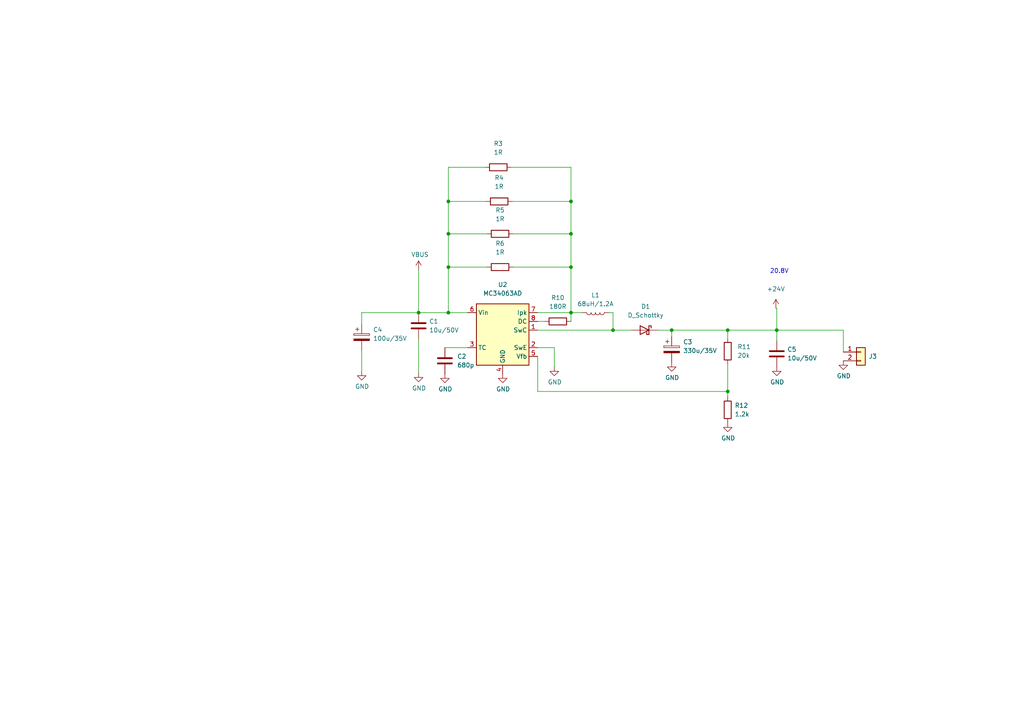
<source format=kicad_sch>
(kicad_sch (version 20211123) (generator eeschema)
  (paper "A4")
  (lib_symbols
    (symbol "Connector_Generic:Conn_01x02" (pin_names (offset 1.016) hide)
      (property "Reference" "J" (at 0 2.54 0))
      (property "Value" "Conn_01x02" (at 0 -5.08 0))
      (symbol "Conn_01x02_1_1"
        (rectangle (start -1.27 -2.413) (end 0 -2.667) (stroke (width 0.1524)))
        (rectangle (start -1.27 0.127) (end 0 -0.127) (stroke (width 0.1524)))
        (rectangle (start -1.27 1.27) (end 1.27 -3.81) (stroke (width 0.254)) (fill (type background)))
        (pin passive line (at -5.08 0 0) (length 3.81) (name "Pin_1") (number "1"))
        (pin passive line (at -5.08 -2.54 0) (length 3.81) (name "Pin_2") (number "2"))
      )
    )
    (symbol "Device:C" (pin_numbers hide) (pin_names (offset 0.254))
      (property "Reference" "C" (at 0.635 2.54 0))
      (property "Value" "C" (at 0.635 -2.54 0))
      (symbol "C_0_1"
        (polyline (pts (xy -2.032 -0.762) (xy 2.032 -0.762)) (stroke (width 0.508)))
        (polyline (pts (xy -2.032 0.762) (xy 2.032 0.762)) (stroke (width 0.508)))
      )
      (symbol "C_1_1"
        (pin passive line (at 0 3.81 270) (length 2.794) (name "~") (number "1"))
        (pin passive line (at 0 -3.81 90) (length 2.794) (name "~") (number "2"))
      )
    )
    (symbol "Device:C_Polarized" (pin_numbers hide) (pin_names (offset 0.254))
      (property "Reference" "C" (at 0.635 2.54 0))
      (property "Value" "C_Polarized" (at 0.635 -2.54 0))
      (symbol "C_Polarized_0_1"
        (rectangle (start -2.286 0.508) (end 2.286 1.016))
        (polyline (pts (xy -1.778 2.286) (xy -0.762 2.286)))
        (polyline (pts (xy -1.27 2.794) (xy -1.27 1.778)))
        (rectangle (start 2.286 -0.508) (end -2.286 -1.016) (fill (type outline)))
      )
      (symbol "C_Polarized_1_1"
        (pin passive line (at 0 3.81 270) (length 2.794) (name "~") (number "1"))
        (pin passive line (at 0 -3.81 90) (length 2.794) (name "~") (number "2"))
      )
    )
    (symbol "Device:D_Schottky" (pin_numbers hide) (pin_names (offset 1.016) hide)
      (property "Reference" "D" (at 0 2.54 0))
      (property "Value" "D_Schottky" (at 0 -2.54 0))
      (symbol "D_Schottky_0_1"
        (polyline (pts (xy 1.27 0) (xy -1.27 0)))
        (polyline (pts (xy 1.27 1.27) (xy 1.27 -1.27) (xy -1.27 0) (xy 1.27 1.27)) (stroke (width 0.254)))
        (polyline (pts (xy -1.905 0.635) (xy -1.905 1.27) (xy -1.27 1.27) (xy -1.27 -1.27) (xy -0.635 -1.27) (xy -0.635 -0.635)) (stroke (width 0.254)))
      )
      (symbol "D_Schottky_1_1"
        (pin passive line (at -3.81 0 0) (length 2.54) (name "K") (number "1"))
        (pin passive line (at 3.81 0 180) (length 2.54) (name "A") (number "2"))
      )
    )
    (symbol "Device:L" (pin_numbers hide) (pin_names (offset 1.016) hide)
      (property "Reference" "L" (at -1.27 0 90))
      (property "Value" "L" (at 1.905 0 90))
      (symbol "L_0_1"
        (arc (start 0 -2.54) (mid 0.635 -1.905) (end 0 -1.27))
        (arc (start 0 -1.27) (mid 0.635 -0.635) (end 0 0))
        (arc (start 0 0) (mid 0.635 0.635) (end 0 1.27))
        (arc (start 0 1.27) (mid 0.635 1.905) (end 0 2.54))
      )
      (symbol "L_1_1"
        (pin passive line (at 0 3.81 270) (length 1.27) (name "1") (number "1"))
        (pin passive line (at 0 -3.81 90) (length 1.27) (name "2") (number "2"))
      )
    )
    (symbol "Device:R" (pin_numbers hide) (pin_names (offset 0))
      (property "Reference" "R" (at 2.032 0 90))
      (property "Value" "R" (at 0 0 90))
      (symbol "R_0_1"
        (rectangle (start -1.016 -2.54) (end 1.016 2.54) (stroke (width 0.254)))
      )
      (symbol "R_1_1"
        (pin passive line (at 0 3.81 270) (length 1.27) (name "~") (number "1"))
        (pin passive line (at 0 -3.81 90) (length 1.27) (name "~") (number "2"))
      )
    )
    (symbol "Regulator_Switching:MC34063AD"
      (property "Reference" "U" (at -7.62 8.89 0))
      (property "Value" "MC34063AD" (at 0 8.89 0))
      (symbol "MC34063AD_0_1"
        (rectangle (start -7.62 7.62) (end 7.62 -10.16) (stroke (width 0.254)) (fill (type background)))
      )
      (symbol "MC34063AD_1_1"
        (pin open_collector line (at 10.16 0 180) (length 2.54) (name "SwC") (number "1"))
        (pin open_emitter line (at 10.16 -5.08 180) (length 2.54) (name "SwE") (number "2"))
        (pin passive line (at -10.16 -5.08 0) (length 2.54) (name "TC") (number "3"))
        (pin power_in line (at 0 -12.7 90) (length 2.54) (name "GND") (number "4"))
        (pin input line (at 10.16 -7.62 180) (length 2.54) (name "Vfb") (number "5"))
        (pin power_in line (at -10.16 5.08 0) (length 2.54) (name "Vin") (number "6"))
        (pin input line (at 10.16 5.08 180) (length 2.54) (name "Ipk") (number "7"))
        (pin open_collector line (at 10.16 2.54 180) (length 2.54) (name "DC") (number "8"))
      )
    )
    (symbol "power:+24V" (power) (pin_names (offset 0))
      (property "Value" "+24V" (at 0 3.556 0))
      (symbol "+24V_0_1"
        (polyline (pts (xy -0.762 1.27) (xy 0 2.54)))
        (polyline (pts (xy 0 0) (xy 0 2.54)))
        (polyline (pts (xy 0 2.54) (xy 0.762 1.27)))
      )
      (symbol "+24V_1_1"
        (pin power_in line (at 0 0 90) (length 0) hide (name "+24V") (number "1"))
      )
    )
    (symbol "power:GND" (power) (pin_names (offset 0))
      (property "Value" "GND" (at 0 -3.81 0))
      (symbol "GND_0_1"
        (polyline (pts (xy 0 0) (xy 0 -1.27) (xy 1.27 -1.27) (xy 0 -2.54) (xy -1.27 -1.27) (xy 0 -1.27)))
      )
      (symbol "GND_1_1"
        (pin power_in line (at 0 0 270) (length 0) hide (name "GND") (number "1"))
      )
    )
    (symbol "power:VBUS" (power) (pin_names (offset 0))
      (property "Value" "VBUS" (at 0 3.81 0))
      (symbol "VBUS_0_1"
        (polyline (pts (xy -0.762 1.27) (xy 0 2.54)))
        (polyline (pts (xy 0 0) (xy 0 2.54)))
        (polyline (pts (xy 0 2.54) (xy 0.762 1.27)))
      )
      (symbol "VBUS_1_1"
        (pin power_in line (at 0 0 90) (length 0) hide (name "VBUS") (number "1"))
      )
    )
  )
  (junction (at 225.298 95.758))
  (junction (at 177.8 95.758))
  (junction (at 165.608 58.42))
  (junction (at 194.818 95.758))
  (junction (at 130.048 67.818))
  (junction (at 130.048 90.678))
  (junction (at 211.074 95.758))
  (junction (at 130.048 77.47))
  (junction (at 165.608 67.818))
  (junction (at 165.608 90.678))
  (junction (at 121.412 90.678))
  (junction (at 211.074 113.538))
  (junction (at 130.048 58.42))
  (junction (at 165.608 77.47))
  (wire (pts (xy 130.048 77.47) (xy 130.048 90.678)))
  (wire (pts (xy 225.044 89.408) (xy 225.298 89.408)))
  (wire (pts (xy 121.412 98.298) (xy 121.412 108.204)))
  (wire (pts (xy 104.902 90.678) (xy 104.902 93.98)))
  (wire (pts (xy 165.608 90.678) (xy 165.608 93.218)))
  (wire (pts (xy 165.608 77.47) (xy 165.608 90.678)))
  (wire (pts (xy 104.902 90.678) (xy 121.412 90.678)))
  (wire (pts (xy 155.956 100.838) (xy 160.782 100.838)))
  (wire (pts (xy 130.048 48.514) (xy 130.048 58.42)))
  (wire (pts (xy 211.074 95.758) (xy 194.818 95.758)))
  (wire (pts (xy 194.818 97.536) (xy 194.818 95.758)))
  (wire (pts (xy 176.53 90.678) (xy 177.8 90.678)))
  (wire (pts (xy 225.298 95.758) (xy 211.074 95.758)))
  (wire (pts (xy 148.59 58.42) (xy 165.608 58.42)))
  (wire (pts (xy 130.048 67.818) (xy 130.048 77.47)))
  (wire (pts (xy 135.636 90.678) (xy 130.048 90.678)))
  (wire (pts (xy 130.048 90.678) (xy 121.412 90.678)))
  (wire (pts (xy 165.608 58.42) (xy 165.608 67.818)))
  (wire (pts (xy 244.602 95.758) (xy 244.602 102.108)))
  (wire (pts (xy 211.074 105.664) (xy 211.074 113.538)))
  (wire (pts (xy 194.818 95.758) (xy 190.754 95.758)))
  (wire (pts (xy 148.844 77.47) (xy 165.608 77.47)))
  (wire (pts (xy 211.074 113.538) (xy 211.074 115.062)))
  (wire (pts (xy 165.608 48.514) (xy 165.608 58.42)))
  (wire (pts (xy 160.782 100.838) (xy 160.782 106.426)))
  (wire (pts (xy 211.074 113.538) (xy 155.956 113.538)))
  (wire (pts (xy 104.902 101.6) (xy 104.902 107.696)))
  (wire (pts (xy 148.336 48.514) (xy 165.608 48.514)))
  (wire (pts (xy 155.956 90.678) (xy 165.608 90.678)))
  (wire (pts (xy 165.608 90.678) (xy 168.91 90.678)))
  (wire (pts (xy 165.608 67.818) (xy 165.608 77.47)))
  (wire (pts (xy 225.298 89.408) (xy 225.298 95.758)))
  (wire (pts (xy 141.224 77.47) (xy 130.048 77.47)))
  (wire (pts (xy 177.8 95.758) (xy 183.134 95.758)))
  (wire (pts (xy 129.032 100.838) (xy 135.636 100.838)))
  (wire (pts (xy 130.048 58.42) (xy 130.048 67.818)))
  (wire (pts (xy 121.412 90.678) (xy 121.412 78.232)))
  (wire (pts (xy 155.956 95.758) (xy 177.8 95.758)))
  (wire (pts (xy 130.048 67.818) (xy 141.224 67.818)))
  (wire (pts (xy 177.8 95.758) (xy 177.8 90.678)))
  (wire (pts (xy 130.048 58.42) (xy 140.97 58.42)))
  (wire (pts (xy 225.298 95.758) (xy 244.602 95.758)))
  (wire (pts (xy 148.844 67.818) (xy 165.608 67.818)))
  (wire (pts (xy 225.298 98.806) (xy 225.298 95.758)))
  (wire (pts (xy 155.956 113.538) (xy 155.956 103.378)))
  (wire (pts (xy 155.956 93.218) (xy 157.988 93.218)))
  (wire (pts (xy 211.074 98.044) (xy 211.074 95.758)))
  (wire (pts (xy 140.716 48.514) (xy 130.048 48.514)))
  (text "20.8V" (at 223.266 79.502 0) (effects (font (size 1.27 1.27)) (justify left bottom)))
  (symbol (lib_id "Device:C") (at 129.032 104.648 0) (unit 1)
    (property "Reference" "C2" (at 132.588 103.3779 0) (effects (justify left)))
    (property "Value" "680p" (at 132.588 105.9179 0) (effects (justify left)))
    (property "Footprint" "Capacitor_SMD:C_0603_1608Metric" (effects hide))
    (property "LCSC" "C1630" (effects hide))
  )
  (symbol (lib_id "power:VBUS") (at 121.412 78.232 0) (unit 1)
    (property "Reference" "#PWR0106" (effects hide))
    (property "Value" "VBUS" (at 121.793 73.8378 0))
  )
  (symbol (lib_id "Device:L") (at 172.72 90.678 90) (mirror x) (unit 1)
    (property "Reference" "L1" (at 172.72 85.598 90))
    (property "Value" "68uH/1.2A" (at 172.72 88.138 90))
    (property "Footprint" "Local:NR8040T680M" (effects hide))
    (property "LCSC" "C223044" (effects hide))
  )
  (symbol (lib_id "Device:R") (at 145.034 67.818 270) (mirror x) (unit 1)
    (property "Reference" "R5" (at 145.034 60.96 90))
    (property "Value" "1R" (at 145.034 63.5 90))
    (property "Footprint" "Resistor_SMD:R_0402_1005Metric" (effects hide))
    (property "LCSC" "C25086" (effects hide))
  )
  (symbol (lib_id "power:GND") (at 244.602 104.648 0) (unit 1)
    (property "Reference" "#PWR0125" (effects hide))
    (property "Value" "GND" (at 244.729 109.0422 0))
  )
  (symbol (lib_id "power:GND") (at 225.298 106.426 0) (unit 1)
    (property "Reference" "#PWR0117" (effects hide))
    (property "Value" "GND" (at 225.425 110.8202 0))
  )
  (symbol (lib_id "Regulator_Switching:MC34063AD") (at 145.796 95.758 0) (unit 1)
    (property "Reference" "U2" (at 145.796 82.55 0))
    (property "Value" "MC34063AD" (at 145.796 85.09 0))
    (property "Footprint" "Package_SO:SOIC-8_3.9x4.9mm_P1.27mm" (effects hide))
    (property "Datasheet" "http://www.onsemi.com/pub_link/Collateral/MC34063A-D.PDF" (effects hide))
  )
  (symbol (lib_id "power:GND") (at 160.782 106.426 0) (unit 1)
    (property "Reference" "#PWR0127" (effects hide))
    (property "Value" "GND" (at 160.909 110.8202 0))
  )
  (symbol (lib_id "Device:C_Polarized") (at 104.902 97.79 0) (unit 1)
    (property "Reference" "C4" (at 108.204 95.6309 0) (effects (justify left)))
    (property "Value" "100u/35V" (at 108.204 98.1709 0) (effects (justify left)))
    (property "Footprint" "Capacitor_THT:CP_Radial_D6.3mm_P2.50mm" (effects hide))
  )
  (symbol (lib_id "Connector_Generic:Conn_01x02") (at 249.682 102.108 0) (unit 1)
    (property "Reference" "J3" (at 251.968 103.3779 0) (effects (justify left)))
    (property "Value" "Conn_01x02" (effects hide))
    (property "Footprint" "Local:1985807" (effects hide))
  )
  (symbol (lib_id "Device:C_Polarized") (at 194.818 101.346 0) (unit 1)
    (property "Reference" "C3" (at 198.12 99.1869 0) (effects (justify left)))
    (property "Value" "330u/35V" (at 198.12 101.7269 0) (effects (justify left)))
    (property "Footprint" "Capacitor_THT:CP_Radial_D10.0mm_P5.00mm" (effects hide))
  )
  (symbol (lib_id "Device:R") (at 161.798 93.218 270) (mirror x) (unit 1)
    (property "Reference" "R10" (at 161.798 86.36 90))
    (property "Value" "180R" (at 161.798 88.9 90))
    (property "Footprint" "Resistor_SMD:R_0603_1608Metric" (effects hide))
    (property "LCSC" "C22828" (effects hide))
  )
  (symbol (lib_id "power:GND") (at 129.032 108.458 0) (unit 1)
    (property "Reference" "#PWR0105" (effects hide))
    (property "Value" "GND" (at 129.159 112.8522 0))
  )
  (symbol (lib_id "power:GND") (at 121.412 108.204 0) (unit 1)
    (property "Reference" "#PWR0104" (effects hide))
    (property "Value" "GND" (at 121.539 112.5982 0))
  )
  (symbol (lib_id "power:GND") (at 145.796 108.458 0) (unit 1)
    (property "Reference" "#PWR0103" (effects hide))
    (property "Value" "GND" (at 145.923 112.8522 0))
  )
  (symbol (lib_id "Device:R") (at 144.526 48.514 270) (mirror x) (unit 1)
    (property "Reference" "R3" (at 144.526 41.656 90))
    (property "Value" "1R" (at 144.526 44.196 90))
    (property "Footprint" "Resistor_SMD:R_0402_1005Metric" (effects hide))
    (property "LCSC" "C25086" (effects hide))
  )
  (symbol (lib_id "power:+24V") (at 225.044 89.408 0) (unit 1)
    (property "Reference" "#PWR0126" (effects hide))
    (property "Value" "+24V" (at 225.044 83.82 0))
  )
  (symbol (lib_id "Device:R") (at 211.074 101.854 0) (mirror y) (unit 1)
    (property "Reference" "R11" (at 213.868 100.5839 0) (effects (justify right)))
    (property "Value" "20k" (at 213.868 103.1239 0) (effects (justify right)))
    (property "Footprint" "Resistor_SMD:R_0402_1005Metric" (effects hide))
    (property "LCSC" "C25765" (effects hide))
  )
  (symbol (lib_id "Device:C") (at 121.412 94.488 0) (unit 1)
    (property "Reference" "C1" (at 124.46 93.2179 0) (effects (justify left)))
    (property "Value" "10u/50V" (at 124.46 95.7579 0) (effects (justify left)))
    (property "Footprint" "Capacitor_SMD:C_0805_2012Metric" (effects hide))
    (property "LCSC" "C440198" (effects hide))
  )
  (symbol (lib_id "Device:R") (at 211.074 118.872 0) (mirror y) (unit 1)
    (property "Reference" "R12" (at 213.106 117.6019 0) (effects (justify right)))
    (property "Value" "1.2k" (at 213.106 120.1419 0) (effects (justify right)))
    (property "Footprint" "Resistor_SMD:R_0402_1005Metric" (effects hide))
  )
  (symbol (lib_id "power:GND") (at 194.818 105.156 0) (unit 1)
    (property "Reference" "#PWR0108" (effects hide))
    (property "Value" "GND" (at 194.945 109.5502 0))
  )
  (symbol (lib_id "power:GND") (at 104.902 107.696 0) (unit 1)
    (property "Reference" "#PWR0116" (effects hide))
    (property "Value" "GND" (at 105.029 112.0902 0))
  )
  (symbol (lib_id "Device:R") (at 145.034 77.47 270) (mirror x) (unit 1)
    (property "Reference" "R6" (at 145.034 70.612 90))
    (property "Value" "1R" (at 145.034 73.152 90))
    (property "Footprint" "Resistor_SMD:R_0402_1005Metric" (effects hide))
    (property "LCSC" "C25086" (effects hide))
  )
  (symbol (lib_id "Device:R") (at 144.78 58.42 270) (mirror x) (unit 1)
    (property "Reference" "R4" (at 144.78 51.562 90))
    (property "Value" "1R" (at 144.78 54.102 90))
    (property "Footprint" "Resistor_SMD:R_0402_1005Metric" (effects hide))
    (property "LCSC" "C25086" (effects hide))
  )
  (symbol (lib_id "power:GND") (at 211.074 122.682 0) (unit 1)
    (property "Reference" "#PWR0107" (effects hide))
    (property "Value" "GND" (at 211.201 127.0762 0))
  )
  (symbol (lib_id "Device:D_Schottky") (at 186.944 95.758 0) (mirror y) (unit 1)
    (property "Reference" "D1" (at 187.2615 88.9 0))
    (property "Value" "D_Schottky" (at 187.2615 91.44 0))
    (property "Footprint" "Diode_SMD:D_SMC" (effects hide))
    (property "LCSC" "C22452" (effects hide))
  )
  (symbol (lib_id "Device:C") (at 225.298 102.616 0) (unit 1)
    (property "Reference" "C5" (at 228.346 101.3459 0) (effects (justify left)))
    (property "Value" "10u/50V" (at 228.346 103.8859 0) (effects (justify left)))
    (property "Footprint" "Capacitor_SMD:C_0805_2012Metric" (effects hide))
    (property "LCSC" "C440198" (effects hide))
  )
)
</source>
